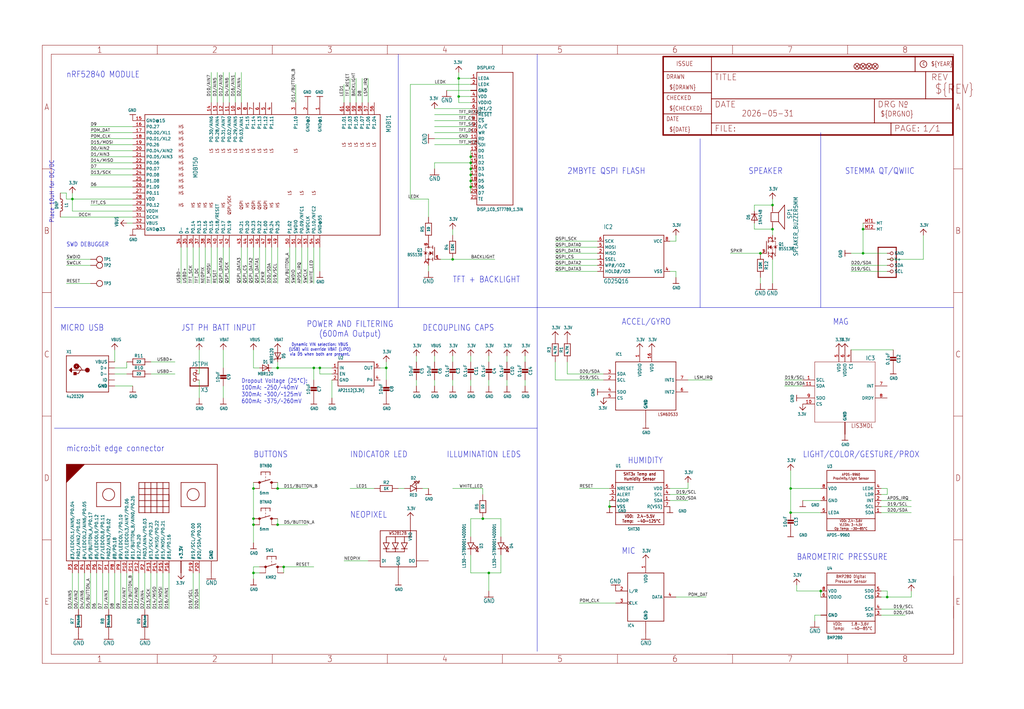
<source format=kicad_sch>
(kicad_sch (version 20230121) (generator eeschema)
  (paper "User" 430.962 298.602)
  (junction (at 363.22 106.68))
  (junction (at 190.5 109.22))
  (junction (at 116.84 205.74))
  (junction (at 198.12 71.12))
  (junction (at 198.12 68.58))
  (junction (at 119.38 238.76))
  (junction (at 198.12 76.2))
  (junction (at 30.48 83.82))
  (junction (at 198.12 78.74))
  (junction (at 205.74 241.3))
  (junction (at 198.12 66.04))
  (junction (at 193.04 40.64))
  (junction (at 332.74 205.74))
  (junction (at 345.44 248.92))
  (junction (at 106.68 241.3))
  (junction (at 203.2 218.44))
  (junction (at 116.84 154.94))
  (junction (at 193.04 33.02))
  (junction (at 363.22 96.52))
  (junction (at 106.68 218.44))
  (junction (at 325.12 86.36))
  (junction (at 132.08 154.94))
  (junction (at 106.68 205.74))
  (junction (at 116.84 220.98))
  (junction (at 198.12 73.66))
  (junction (at 134.62 154.94))
  (junction (at 256.54 213.36))
  (junction (at 162.56 154.94))
  (junction (at 320.04 106.68))
  (junction (at 332.74 215.9))
  (junction (at 373.38 251.46))
  (junction (at 106.68 220.98))
  (junction (at 325.12 96.52))
  (wire (pts (xy 203.2 205.74) (xy 190.5 205.74)) (stroke (width 0.1524)))
  (wire (pts (xy 190.5 160.02) (xy 190.5 162.56)) (stroke (width 0.1524)))
  (wire (pts (xy 256.54 210.82) (xy 256.54 213.36)) (stroke (width 0.1524)))
  (wire (pts (xy 238.76 157.48) (xy 238.76 152.4)) (stroke (width 0.1524)))
  (wire (pts (xy 358.14 114.3) (xy 373.38 114.3)) (stroke (width 0.1524)))
  (wire (pts (xy 256.54 205.74) (xy 243.84 205.74)) (stroke (width 0.1524)))
  (wire (pts (xy 172.72 83.82) (xy 180.34 83.82)) (stroke (width 0.1524)))
  (wire (pts (xy 132.08 104.14) (xy 132.08 119.38)) (stroke (width 0.1524)))
  (wire (pts (xy 254 157.48) (xy 238.76 157.48)) (stroke (width 0.1524)))
  (wire (pts (xy 48.26 157.48) (xy 53.34 157.48)) (stroke (width 0.1524)))
  (wire (pts (xy 106.68 238.76) (xy 106.68 241.3)) (stroke (width 0.1524)))
  (wire (pts (xy 132.08 154.94) (xy 132.08 160.02)) (stroke (width 0.1524)))
  (wire (pts (xy 91.44 43.18) (xy 91.44 30.48)) (stroke (width 0.1524)))
  (wire (pts (xy 281.94 205.74) (xy 289.56 205.74)) (stroke (width 0.1524)))
  (wire (pts (xy 175.26 152.4) (xy 175.26 149.86)) (stroke (width 0.1524)))
  (wire (pts (xy 50.8 241.3) (xy 50.8 256.54)) (stroke (width 0.1524)))
  (wire (pts (xy 93.98 162.56) (xy 93.98 167.64)) (stroke (width 0.1524)))
  (wire (pts (xy 233.68 152.4) (xy 233.68 160.02)) (stroke (width 0.1524)))
  (wire (pts (xy 66.04 256.54) (xy 66.04 241.3)) (stroke (width 0.1524)))
  (wire (pts (xy 182.88 60.96) (xy 198.12 60.96)) (stroke (width 0.1524)))
  (wire (pts (xy 198.12 241.3) (xy 205.74 241.3)) (stroke (width 0.1524)))
  (wire (pts (xy 116.84 220.98) (xy 129.54 220.98)) (stroke (width 0.1524)))
  (wire (pts (xy 106.68 220.98) (xy 106.68 228.6)) (stroke (width 0.1524)))
  (wire (pts (xy 198.12 78.74) (xy 198.12 81.28)) (stroke (width 0.1524)))
  (wire (pts (xy 175.26 160.02) (xy 175.26 162.56)) (stroke (width 0.1524)))
  (wire (pts (xy 213.36 149.86) (xy 213.36 152.4)) (stroke (width 0.1524)))
  (wire (pts (xy 88.9 43.18) (xy 88.9 30.48)) (stroke (width 0.1524)))
  (wire (pts (xy 55.88 88.9) (xy 30.48 88.9)) (stroke (width 0.1524)))
  (wire (pts (xy 330.2 162.56) (xy 337.82 162.56)) (stroke (width 0.1524)))
  (wire (pts (xy 162.56 160.02) (xy 162.56 154.94)) (stroke (width 0.1524)))
  (wire (pts (xy 116.84 104.14) (xy 116.84 119.38)) (stroke (width 0.1524)))
  (polyline (pts (xy 345.44 55.88) (xy 345.44 129.54)) (stroke (width 0.1524) (type solid)))
  (wire (pts (xy 182.88 152.4) (xy 182.88 149.86)) (stroke (width 0.1524)))
  (wire (pts (xy 134.62 154.94) (xy 134.62 157.48)) (stroke (width 0.1524)))
  (wire (pts (xy 370.84 251.46) (xy 373.38 251.46)) (stroke (width 0.1524)))
  (wire (pts (xy 281.94 101.6) (xy 284.48 101.6)) (stroke (width 0.1524)))
  (wire (pts (xy 345.44 205.74) (xy 332.74 205.74)) (stroke (width 0.1524)))
  (wire (pts (xy 284.48 101.6) (xy 284.48 99.06)) (stroke (width 0.1524)))
  (wire (pts (xy 58.42 241.3) (xy 58.42 256.54)) (stroke (width 0.1524)))
  (wire (pts (xy 370.84 256.54) (xy 381 256.54)) (stroke (width 0.1524)))
  (wire (pts (xy 198.12 233.68) (xy 198.12 241.3)) (stroke (width 0.1524)))
  (wire (pts (xy 55.88 58.42) (xy 38.1 58.42)) (stroke (width 0.1524)))
  (wire (pts (xy 106.68 203.2) (xy 106.68 205.74)) (stroke (width 0.1524)))
  (wire (pts (xy 93.98 154.94) (xy 93.98 147.32)) (stroke (width 0.1524)))
  (wire (pts (xy 198.12 76.2) (xy 198.12 78.74)) (stroke (width 0.1524)))
  (wire (pts (xy 370.84 210.82) (xy 383.54 210.82)) (stroke (width 0.1524)))
  (polyline (pts (xy 226.06 180.34) (xy 226.06 274.32)) (stroke (width 0.1524) (type solid)))
  (wire (pts (xy 172.72 35.56) (xy 172.72 83.82)) (stroke (width 0.1524)))
  (wire (pts (xy 205.74 241.3) (xy 205.74 248.92)) (stroke (width 0.1524)))
  (wire (pts (xy 342.9 259.08) (xy 342.9 261.62)) (stroke (width 0.1524)))
  (wire (pts (xy 370.84 205.74) (xy 373.38 205.74)) (stroke (width 0.1524)))
  (wire (pts (xy 233.68 109.22) (xy 251.46 109.22)) (stroke (width 0.1524)))
  (wire (pts (xy 55.88 83.82) (xy 30.48 83.82)) (stroke (width 0.1524)))
  (wire (pts (xy 116.84 203.2) (xy 116.84 205.74)) (stroke (width 0.1524)))
  (wire (pts (xy 147.32 43.18) (xy 147.32 33.02)) (stroke (width 0.1524)))
  (wire (pts (xy 373.38 205.74) (xy 373.38 208.28)) (stroke (width 0.1524)))
  (wire (pts (xy 332.74 215.9) (xy 332.74 205.74)) (stroke (width 0.1524)))
  (wire (pts (xy 30.48 83.82) (xy 30.48 81.28)) (stroke (width 0.1524)))
  (wire (pts (xy 198.12 68.58) (xy 198.12 71.12)) (stroke (width 0.1524)))
  (wire (pts (xy 373.38 208.28) (xy 370.84 208.28)) (stroke (width 0.1524)))
  (wire (pts (xy 198.12 218.44) (xy 198.12 226.06)) (stroke (width 0.1524)))
  (wire (pts (xy 78.74 104.14) (xy 78.74 119.38)) (stroke (width 0.1524)))
  (wire (pts (xy 33.02 241.3) (xy 33.02 256.54)) (stroke (width 0.1524)))
  (wire (pts (xy 320.04 119.38) (xy 320.04 116.84)) (stroke (width 0.1524)))
  (wire (pts (xy 45.72 241.3) (xy 45.72 256.54)) (stroke (width 0.1524)))
  (wire (pts (xy 198.12 38.1) (xy 187.96 38.1)) (stroke (width 0.1524)))
  (wire (pts (xy 55.88 63.5) (xy 38.1 63.5)) (stroke (width 0.1524)))
  (wire (pts (xy 27.94 81.28) (xy 27.94 83.82)) (stroke (width 0.1524)))
  (wire (pts (xy 251.46 104.14) (xy 233.68 104.14)) (stroke (width 0.1524)))
  (polyline (pts (xy 167.64 129.54) (xy 226.06 129.54)) (stroke (width 0.1524) (type solid)))
  (wire (pts (xy 185.42 109.22) (xy 190.5 109.22)) (stroke (width 0.1524)))
  (wire (pts (xy 93.98 43.18) (xy 93.98 30.48)) (stroke (width 0.1524)))
  (wire (pts (xy 198.12 48.26) (xy 182.88 48.26)) (stroke (width 0.1524)))
  (wire (pts (xy 233.68 160.02) (xy 254 160.02)) (stroke (width 0.1524)))
  (wire (pts (xy 205.74 241.3) (xy 210.82 241.3)) (stroke (width 0.1524)))
  (wire (pts (xy 198.12 73.66) (xy 198.12 76.2)) (stroke (width 0.1524)))
  (wire (pts (xy 259.08 254) (xy 243.84 254)) (stroke (width 0.1524)))
  (wire (pts (xy 93.98 119.38) (xy 93.98 104.14)) (stroke (width 0.1524)))
  (wire (pts (xy 332.74 205.74) (xy 332.74 198.12)) (stroke (width 0.1524)))
  (wire (pts (xy 182.88 160.02) (xy 182.88 162.56)) (stroke (width 0.1524)))
  (wire (pts (xy 220.98 149.86) (xy 220.98 152.4)) (stroke (width 0.1524)))
  (wire (pts (xy 383.54 213.36) (xy 370.84 213.36)) (stroke (width 0.1524)))
  (wire (pts (xy 281.94 208.28) (xy 289.56 208.28)) (stroke (width 0.1524)))
  (wire (pts (xy 106.68 218.44) (xy 106.68 220.98)) (stroke (width 0.1524)))
  (wire (pts (xy 48.26 241.3) (xy 48.26 256.54)) (stroke (width 0.1524)))
  (wire (pts (xy 116.84 218.44) (xy 116.84 220.98)) (stroke (width 0.1524)))
  (wire (pts (xy 35.56 241.3) (xy 35.56 256.54)) (stroke (width 0.1524)))
  (wire (pts (xy 27.94 83.82) (xy 30.48 83.82)) (stroke (width 0.1524)))
  (wire (pts (xy 134.62 114.3) (xy 134.62 104.14)) (stroke (width 0.1524)))
  (wire (pts (xy 81.28 104.14) (xy 81.28 119.38)) (stroke (width 0.1524)))
  (wire (pts (xy 193.04 43.18) (xy 193.04 40.64)) (stroke (width 0.1524)))
  (wire (pts (xy 83.82 167.64) (xy 83.82 160.02)) (stroke (width 0.1524)))
  (wire (pts (xy 101.6 119.38) (xy 101.6 104.14)) (stroke (width 0.1524)))
  (wire (pts (xy 198.12 58.42) (xy 182.88 58.42)) (stroke (width 0.1524)))
  (wire (pts (xy 213.36 162.56) (xy 213.36 160.02)) (stroke (width 0.1524)))
  (wire (pts (xy 43.18 241.3) (xy 43.18 256.54)) (stroke (width 0.1524)))
  (wire (pts (xy 325.12 86.36) (xy 317.5 86.36)) (stroke (width 0.1524)))
  (wire (pts (xy 38.1 119.38) (xy 27.94 119.38)) (stroke (width 0.1524)))
  (wire (pts (xy 96.52 43.18) (xy 96.52 30.48)) (stroke (width 0.1524)))
  (wire (pts (xy 63.5 241.3) (xy 63.5 256.54)) (stroke (width 0.1524)))
  (wire (pts (xy 203.2 218.44) (xy 198.12 218.44)) (stroke (width 0.1524)))
  (wire (pts (xy 198.12 68.58) (xy 182.88 68.58)) (stroke (width 0.1524)))
  (wire (pts (xy 233.68 114.3) (xy 251.46 114.3)) (stroke (width 0.1524)))
  (wire (pts (xy 55.88 91.44) (xy 25.4 91.44)) (stroke (width 0.1524)))
  (wire (pts (xy 233.68 106.68) (xy 251.46 106.68)) (stroke (width 0.1524)))
  (wire (pts (xy 38.1 241.3) (xy 38.1 256.54)) (stroke (width 0.1524)))
  (wire (pts (xy 190.5 109.22) (xy 208.28 109.22)) (stroke (width 0.1524)))
  (wire (pts (xy 373.38 251.46) (xy 383.54 251.46)) (stroke (width 0.1524)))
  (wire (pts (xy 96.52 119.38) (xy 96.52 104.14)) (stroke (width 0.1524)))
  (wire (pts (xy 53.34 241.3) (xy 53.34 256.54)) (stroke (width 0.1524)))
  (wire (pts (xy 160.02 154.94) (xy 162.56 154.94)) (stroke (width 0.1524)))
  (wire (pts (xy 119.38 238.76) (xy 119.38 241.3)) (stroke (width 0.1524)))
  (wire (pts (xy 55.88 68.58) (xy 38.1 68.58)) (stroke (width 0.1524)))
  (wire (pts (xy 198.12 53.34) (xy 182.88 53.34)) (stroke (width 0.1524)))
  (wire (pts (xy 114.3 154.94) (xy 116.84 154.94)) (stroke (width 0.1524)))
  (wire (pts (xy 383.54 215.9) (xy 370.84 215.9)) (stroke (width 0.1524)))
  (wire (pts (xy 170.18 205.74) (xy 167.64 205.74)) (stroke (width 0.1524)))
  (wire (pts (xy 198.12 63.5) (xy 198.12 66.04)) (stroke (width 0.1524)))
  (polyline (pts (xy 22.86 129.54) (xy 167.64 129.54)) (stroke (width 0.1524) (type solid)))
  (wire (pts (xy 106.68 241.3) (xy 106.68 243.84)) (stroke (width 0.1524)))
  (wire (pts (xy 139.7 160.02) (xy 139.7 167.64)) (stroke (width 0.1524)))
  (wire (pts (xy 60.96 241.3) (xy 60.96 256.54)) (stroke (width 0.1524)))
  (wire (pts (xy 210.82 226.06) (xy 210.82 218.44)) (stroke (width 0.1524)))
  (wire (pts (xy 83.82 104.14) (xy 83.82 119.38)) (stroke (width 0.1524)))
  (wire (pts (xy 284.48 251.46) (xy 297.18 251.46)) (stroke (width 0.1524)))
  (wire (pts (xy 129.54 104.14) (xy 129.54 119.38)) (stroke (width 0.1524)))
  (wire (pts (xy 114.3 104.14) (xy 114.3 119.38)) (stroke (width 0.1524)))
  (wire (pts (xy 55.88 86.36) (xy 38.1 86.36)) (stroke (width 0.1524)))
  (wire (pts (xy 116.84 205.74) (xy 129.54 205.74)) (stroke (width 0.1524)))
  (wire (pts (xy 81.28 241.3) (xy 81.28 256.54)) (stroke (width 0.1524)))
  (wire (pts (xy 48.26 162.56) (xy 55.88 162.56)) (stroke (width 0.1524)))
  (wire (pts (xy 55.88 71.12) (xy 38.1 71.12)) (stroke (width 0.1524)))
  (wire (pts (xy 30.48 241.3) (xy 30.48 256.54)) (stroke (width 0.1524)))
  (wire (pts (xy 363.22 106.68) (xy 358.14 106.68)) (stroke (width 0.1524)))
  (wire (pts (xy 373.38 111.76) (xy 358.14 111.76)) (stroke (width 0.1524)))
  (wire (pts (xy 116.84 152.4) (xy 116.84 154.94)) (stroke (width 0.1524)))
  (wire (pts (xy 109.22 154.94) (xy 106.68 154.94)) (stroke (width 0.1524)))
  (wire (pts (xy 55.88 241.3) (xy 55.88 256.54)) (stroke (width 0.1524)))
  (wire (pts (xy 251.46 101.6) (xy 233.68 101.6)) (stroke (width 0.1524)))
  (wire (pts (xy 73.66 152.4) (xy 63.5 152.4)) (stroke (width 0.1524)))
  (wire (pts (xy 40.64 241.3) (xy 40.64 256.54)) (stroke (width 0.1524)))
  (wire (pts (xy 190.5 152.4) (xy 190.5 149.86)) (stroke (width 0.1524)))
  (wire (pts (xy 370.84 248.92) (xy 373.38 248.92)) (stroke (width 0.1524)))
  (wire (pts (xy 106.68 154.94) (xy 106.68 147.32)) (stroke (width 0.1524)))
  (wire (pts (xy 154.94 43.18) (xy 154.94 33.02)) (stroke (width 0.1524)))
  (wire (pts (xy 38.1 109.22) (xy 27.94 109.22)) (stroke (width 0.1524)))
  (wire (pts (xy 198.12 35.56) (xy 172.72 35.56)) (stroke (width 0.1524)))
  (wire (pts (xy 182.88 68.58) (xy 182.88 71.12)) (stroke (width 0.1524)))
  (wire (pts (xy 320.04 106.68) (xy 307.34 106.68)) (stroke (width 0.1524)))
  (wire (pts (xy 55.88 93.98) (xy 53.34 93.98)) (stroke (width 0.1524)))
  (wire (pts (xy 203.2 208.28) (xy 203.2 205.74)) (stroke (width 0.1524)))
  (wire (pts (xy 363.22 96.52) (xy 363.22 106.68)) (stroke (width 0.1524)))
  (wire (pts (xy 198.12 43.18) (xy 193.04 43.18)) (stroke (width 0.1524)))
  (wire (pts (xy 109.22 241.3) (xy 106.68 241.3)) (stroke (width 0.1524)))
  (wire (pts (xy 205.74 160.02) (xy 205.74 162.56)) (stroke (width 0.1524)))
  (wire (pts (xy 162.56 154.94) (xy 162.56 152.4)) (stroke (width 0.1524)))
  (wire (pts (xy 325.12 83.82) (xy 325.12 86.36)) (stroke (width 0.1524)))
  (polyline (pts (xy 226.06 129.54) (xy 226.06 22.86)) (stroke (width 0.1524) (type solid)))
  (wire (pts (xy 198.12 149.86) (xy 198.12 152.4)) (stroke (width 0.1524)))
  (wire (pts (xy 116.84 154.94) (xy 132.08 154.94)) (stroke (width 0.1524)))
  (wire (pts (xy 55.88 78.74) (xy 38.1 78.74)) (stroke (width 0.1524)))
  (polyline (pts (xy 226.06 180.34) (xy 22.86 180.34)) (stroke (width 0.1524) (type solid)))
  (wire (pts (xy 38.1 55.88) (xy 55.88 55.88)) (stroke (width 0.1524)))
  (wire (pts (xy 53.34 154.94) (xy 53.34 152.4)) (stroke (width 0.1524)))
  (wire (pts (xy 83.82 241.3) (xy 83.82 256.54)) (stroke (width 0.1524)))
  (wire (pts (xy 144.78 43.18) (xy 144.78 35.56)) (stroke (width 0.1524)))
  (wire (pts (xy 73.66 157.48) (xy 63.5 157.48)) (stroke (width 0.1524)))
  (wire (pts (xy 180.34 205.74) (xy 177.8 205.74)) (stroke (width 0.1524)))
  (wire (pts (xy 345.44 259.08) (xy 342.9 259.08)) (stroke (width 0.1524)))
  (wire (pts (xy 106.68 104.14) (xy 106.68 119.38)) (stroke (width 0.1524)))
  (wire (pts (xy 281.94 114.3) (xy 284.48 114.3)) (stroke (width 0.1524)))
  (wire (pts (xy 124.46 104.14) (xy 124.46 119.38)) (stroke (width 0.1524)))
  (wire (pts (xy 30.48 88.9) (xy 30.48 83.82)) (stroke (width 0.1524)))
  (wire (pts (xy 358.14 147.32) (xy 375.92 147.32)) (stroke (width 0.1524)))
  (wire (pts (xy 370.84 259.08) (xy 381 259.08)) (stroke (width 0.1524)))
  (polyline (pts (xy 226.06 129.54) (xy 294.64 129.54)) (stroke (width 0.1524) (type solid)))
  (wire (pts (xy 71.12 241.3) (xy 71.12 256.54)) (stroke (width 0.1524)))
  (wire (pts (xy 345.44 251.46) (xy 345.44 248.92)) (stroke (width 0.1524)))
  (polyline (pts (xy 345.44 129.54) (xy 401.32 129.54)) (stroke (width 0.1524) (type solid)))
  (wire (pts (xy 83.82 147.32) (xy 83.82 157.48)) (stroke (width 0.1524)))
  (polyline (pts (xy 294.64 58.42) (xy 294.64 129.54)) (stroke (width 0.1524) (type solid)))
  (wire (pts (xy 152.4 43.18) (xy 152.4 33.02)) (stroke (width 0.1524)))
  (wire (pts (xy 180.34 91.44) (xy 180.34 83.82)) (stroke (width 0.1524)))
  (polyline (pts (xy 294.64 129.54) (xy 345.44 129.54)) (stroke (width 0.1524) (type solid)))
  (wire (pts (xy 48.26 147.32) (xy 48.26 152.4)) (stroke (width 0.1524)))
  (polyline (pts (xy 226.06 129.54) (xy 226.06 180.34)) (stroke (width 0.1524) (type solid)))
  (wire (pts (xy 198.12 45.72) (xy 182.88 45.72)) (stroke (width 0.1524)))
  (wire (pts (xy 388.62 109.22) (xy 388.62 99.06)) (stroke (width 0.1524)))
  (wire (pts (xy 289.56 205.74) (xy 289.56 203.2)) (stroke (width 0.1524)))
  (wire (pts (xy 182.88 55.88) (xy 198.12 55.88)) (stroke (width 0.1524)))
  (wire (pts (xy 325.12 99.06) (xy 325.12 96.52)) (stroke (width 0.1524)))
  (wire (pts (xy 281.94 210.82) (xy 289.56 210.82)) (stroke (width 0.1524)))
  (wire (pts (xy 68.58 241.3) (xy 68.58 256.54)) (stroke (width 0.1524)))
  (wire (pts (xy 317.5 86.36) (xy 317.5 88.9)) (stroke (width 0.1524)))
  (wire (pts (xy 345.44 248.92) (xy 335.28 248.92)) (stroke (width 0.1524)))
  (wire (pts (xy 337.82 160.02) (xy 330.2 160.02)) (stroke (width 0.1524)))
  (wire (pts (xy 233.68 111.76) (xy 251.46 111.76)) (stroke (width 0.1524)))
  (wire (pts (xy 25.4 81.28) (xy 27.94 81.28)) (stroke (width 0.1524)))
  (wire (pts (xy 127 104.14) (xy 127 119.38)) (stroke (width 0.1524)))
  (wire (pts (xy 154.94 236.22) (xy 144.78 236.22)) (stroke (width 0.1524)))
  (wire (pts (xy 205.74 152.4) (xy 205.74 149.86)) (stroke (width 0.1524)))
  (wire (pts (xy 335.28 248.92) (xy 335.28 246.38)) (stroke (width 0.1524)))
  (wire (pts (xy 91.44 104.14) (xy 91.44 119.38)) (stroke (width 0.1524)))
  (wire (pts (xy 198.12 33.02) (xy 193.04 33.02)) (stroke (width 0.1524)))
  (wire (pts (xy 193.04 33.02) (xy 193.04 30.48)) (stroke (width 0.1524)))
  (wire (pts (xy 48.26 154.94) (xy 53.34 154.94)) (stroke (width 0.1524)))
  (wire (pts (xy 317.5 93.98) (xy 317.5 96.52)) (stroke (width 0.1524)))
  (wire (pts (xy 104.14 119.38) (xy 104.14 104.14)) (stroke (width 0.1524)))
  (wire (pts (xy 317.5 96.52) (xy 325.12 96.52)) (stroke (width 0.1524)))
  (wire (pts (xy 210.82 218.44) (xy 203.2 218.44)) (stroke (width 0.1524)))
  (wire (pts (xy 76.2 119.38) (xy 76.2 104.14)) (stroke (width 0.1524)))
  (wire (pts (xy 109.22 238.76) (xy 106.68 238.76)) (stroke (width 0.1524)))
  (wire (pts (xy 220.98 160.02) (xy 220.98 162.56)) (stroke (width 0.1524)))
  (wire (pts (xy 325.12 109.22) (xy 325.12 119.38)) (stroke (width 0.1524)))
  (wire (pts (xy 190.5 96.52) (xy 190.5 99.06)) (stroke (width 0.1524)))
  (wire (pts (xy 373.38 109.22) (xy 388.62 109.22)) (stroke (width 0.1524)))
  (wire (pts (xy 182.88 50.8) (xy 198.12 50.8)) (stroke (width 0.1524)))
  (wire (pts (xy 139.7 157.48) (xy 134.62 157.48)) (stroke (width 0.1524)))
  (wire (pts (xy 198.12 66.04) (xy 198.12 68.58)) (stroke (width 0.1524)))
  (wire (pts (xy 345.44 215.9) (xy 332.74 215.9)) (stroke (width 0.1524)))
  (wire (pts (xy 86.36 104.14) (xy 86.36 119.38)) (stroke (width 0.1524)))
  (wire (pts (xy 109.22 104.14) (xy 109.22 119.38)) (stroke (width 0.1524)))
  (wire (pts (xy 132.08 154.94) (xy 134.62 154.94)) (stroke (width 0.1524)))
  (wire (pts (xy 210.82 241.3) (xy 210.82 233.68)) (stroke (width 0.1524)))
  (wire (pts (xy 121.92 104.14) (xy 121.92 119.38)) (stroke (width 0.1524)))
  (wire (pts (xy 373.38 106.68) (xy 363.22 106.68)) (stroke (width 0.1524)))
  (wire (pts (xy 198.12 71.12) (xy 198.12 73.66)) (stroke (width 0.1524)))
  (wire (pts (xy 106.68 205.74) (xy 106.68 218.44)) (stroke (width 0.1524)))
  (wire (pts (xy 193.04 40.64) (xy 193.04 33.02)) (stroke (width 0.1524)))
  (wire (pts (xy 345.44 210.82) (xy 337.82 210.82)) (stroke (width 0.1524)))
  (wire (pts (xy 99.06 43.18) (xy 99.06 30.48)) (stroke (width 0.1524)))
  (wire (pts (xy 198.12 162.56) (xy 198.12 160.02)) (stroke (width 0.1524)))
  (wire (pts (xy 88.9 104.14) (xy 88.9 119.38)) (stroke (width 0.1524)))
  (wire (pts (xy 119.38 238.76) (xy 132.08 238.76)) (stroke (width 0.1524)))
  (wire (pts (xy 101.6 43.18) (xy 101.6 30.48)) (stroke (width 0.1524)))
  (wire (pts (xy 289.56 160.02) (xy 299.72 160.02)) (stroke (width 0.1524)))
  (wire (pts (xy 38.1 66.04) (xy 55.88 66.04)) (stroke (width 0.1524)))
  (wire (pts (xy 149.86 43.18) (xy 149.86 33.02)) (stroke (width 0.1524)))
  (wire (pts (xy 111.76 104.14) (xy 111.76 119.38)) (stroke (width 0.1524)))
  (wire (pts (xy 134.62 154.94) (xy 139.7 154.94)) (stroke (width 0.1524)))
  (wire (pts (xy 373.38 248.92) (xy 373.38 251.46)) (stroke (width 0.1524)))
  (polyline (pts (xy 167.64 129.54) (xy 167.64 22.86)) (stroke (width 0.1524) (type solid)))
  (wire (pts (xy 180.34 114.3) (xy 180.34 111.76)) (stroke (width 0.1524)))
  (wire (pts (xy 284.48 114.3) (xy 284.48 116.84)) (stroke (width 0.1524)))
  (wire (pts (xy 55.88 60.96) (xy 38.1 60.96)) (stroke (width 0.1524)))
  (wire (pts (xy 124.46 43.18) (xy 124.46 35.56)) (stroke (width 0.1524)))
  (wire (pts (xy 157.48 205.74) (xy 147.32 205.74)) (stroke (width 0.1524)))
  (wire (pts (xy 27.94 111.76) (xy 38.1 111.76)) (stroke (width 0.1524)))
  (wire (pts (xy 55.88 53.34) (xy 38.1 53.34)) (stroke (width 0.1524)))
  (wire (pts (xy 55.88 73.66) (xy 38.1 73.66)) (stroke (width 0.1524)))
  (wire (pts (xy 198.12 40.64) (xy 193.04 40.64)) (stroke (width 0.1524)))
  (wire (pts (xy 363.22 93.98) (xy 363.22 96.52)) (stroke (width 0.1524)))
  (wire (pts (xy 383.54 251.46) (xy 383.54 248.92)) (stroke (width 0.1524)))
  (text "MAG" (at 350.52 137.16 0) (effects (font (size 2.54 2.159)) (justify left bottom)))
  (text "micro:bit edge connector" (at 27.94 190.5 0) (effects (font (size 2.54 2.159)) (justify left bottom)))
  (text "Place 10uH for DC/DC" (at 22.86 93.98 90) (effects (font (size 1.778 1.5113)) (justify left bottom)))
  (text "JST PH BATT INPUT" (at 76.2 139.7 0) (effects (font (size 2.54 2.159)) (justify left bottom)))
  (text "HUMIDITY" (at 264.16 195.58 0) (effects (font (size 2.54 2.159)) (justify left bottom)))
  (text "Dropout Voltage (25°C):\n100mA: ~250/~40mV\n300mA: ~300/~125mV\n600mA: ~375/~260mV" (at 101.6 170.18 0) (effects (font (size 1.778 1.5113)) (justify left bottom)))
  (text "DECOUPLING CAPS" (at 177.8 139.7 0) (effects (font (size 2.54 2.159)) (justify left bottom)))
  (text "SWD DEBUGGER" (at 27.94 104.14 0) (effects (font (size 1.778 1.5113)) (justify left bottom)))
  (text "Dynamic VIN selection: VBUS\n(USB) will override VBAT (LIPO)\nvia D5 when both are present." (at 134.62 147.32 0) (effects (font (size 1.27 1.0795))))
  (text "MIC" (at 261.62 233.68 0) (effects (font (size 2.54 2.159)) (justify left bottom)))
  (text "INDICATOR LED" (at 147.32 193.04 0) (effects (font (size 2.54 2.159)) (justify left bottom)))
  (text "ACCEL/GYRO" (at 261.62 137.16 0) (effects (font (size 2.54 2.159)) (justify left bottom)))
  (text "ILLUMINATION LEDS" (at 187.96 193.04 0) (effects (font (size 2.54 2.159)) (justify left bottom)))
  (text "TFT + BACKLIGHT" (at 190.5 119.38 0) (effects (font (size 2.54 2.159)) (justify left bottom)))
  (text "POWER AND FILTERING\n(600mA Output)" (at 147.32 142.24 0) (effects (font (size 2.54 2.159)) (justify bottom)))
  (text "SPEAKER" (at 314.96 73.66 0) (effects (font (size 2.54 2.159)) (justify left bottom)))
  (text "LIGHT/COLOR/GESTURE/PROX" (at 337.82 193.04 0) (effects (font (size 2.54 2.159)) (justify left bottom)))
  (text "BAROMETRIC PRESSURE" (at 335.28 236.22 0) (effects (font (size 2.54 2.159)) (justify left bottom)))
  (text "MICRO USB" (at 25.4 139.7 0) (effects (font (size 2.54 2.159)) (justify left bottom)))
  (text "nRF52840 MODULE" (at 27.94 33.02 0) (effects (font (size 2.54 2.159)) (justify left bottom)))
  (text "NEOPIXEL" (at 147.32 218.44 0) (effects (font (size 2.54 2.159)) (justify left bottom)))
  (text "STEMMA QT/QWIIC" (at 355.6 73.66 0) (effects (font (size 2.54 2.159)) (justify left bottom)))
  (text "2MBYTE QSPI FLASH" (at 238.76 73.66 0) (effects (font (size 2.54 2.159)) (justify left bottom)))
  (text "BUTTONS" (at 106.68 193.04 0) (effects (font (size 2.54 2.159)) (justify left bottom)))
  (label "USBD-" (at 66.04 157.48 0) (effects (font (size 1.2446 1.2446))))
  (label "NEOPIX" (at 144.78 236.22 0) (effects (font (size 1.2446 1.2446))))
  (label "QSPI_DATA3" (at 101.6 119.38 90) (effects (font (size 1.2446 1.2446))))
  (label "LSM_IRQ" (at 154.94 40.64 90) (effects (font (size 1.2446 1.2446))))
  (label "D5/BUTTON_A" (at 119.38 220.98 0) (effects (font (size 1.2446 1.2446))))
  (label "SWCLK" (at 27.94 111.76 0) (effects (font (size 1.2446 1.2446))))
  (label "GND" (at 193.04 58.42 0) (effects (font (size 1.2446 1.2446))))
  (label "D0/AIN2" (at 33.02 256.54 90) (effects (font (size 1.2446 1.2446))))
  (label "D8" (at 152.4 40.64 90) (effects (font (size 1.2446 1.2446))))
  (label "PDM_CLK" (at 243.84 254 0) (effects (font (size 1.2446 1.2446))))
  (label "D10/AIN7" (at 88.9 40.64 90) (effects (font (size 1.2446 1.2446))))
  (label "D13/SCK" (at 63.5 256.54 90) (effects (font (size 1.2446 1.2446))))
  (label "LED1" (at 144.78 40.64 90) (effects (font (size 1.2446 1.2446))))
  (label "D15/MOSI" (at 38.1 60.96 0) (effects (font (size 1.2446 1.2446))))
  (label "D19/SCL" (at 116.84 119.38 90) (effects (font (size 1.2446 1.2446))))
  (label "QSPI_DATA0" (at 233.68 104.14 0) (effects (font (size 1.2446 1.2446))))
  (label "WHITE_LED" (at 203.2 205.74 180) (effects (font (size 1.2446 1.2446))))
  (label "TFT_DC" (at 83.82 119.38 90) (effects (font (size 1.2446 1.2446))))
  (label "D20/SDA" (at 358.14 111.76 0) (effects (font (size 1.2446 1.2446))))
  (label "TFT_SCK" (at 193.04 53.34 0) (effects (font (size 1.2446 1.2446))))
  (label "D19/SCL" (at 243.84 160.02 0) (effects (font (size 1.2446 1.2446))))
  (label "LEDK" (at 182.88 35.56 0) (effects (font (size 1.2446 1.2446))))
  (label "TFT_SCK" (at 81.28 119.38 90) (effects (font (size 1.2446 1.2446))))
  (label "D20/SDA" (at 83.82 256.54 90) (effects (font (size 1.2446 1.2446))))
  (label "D1/AIN3" (at 45.72 256.54 90) (effects (font (size 1.2446 1.2446))))
  (label "D7" (at 43.18 256.54 90) (effects (font (size 1.2446 1.2446))))
  (label "D9" (at 38.1 53.34 0) (effects (font (size 1.2446 1.2446))))
  (label "BACKLIGHT" (at 149.86 40.64 90) (effects (font (size 1.2446 1.2446))))
  (label "D19/SCL" (at 330.2 160.02 0) (effects (font (size 1.2446 1.2446))))
  (label "D2/AIN4" (at 101.6 40.64 90) (effects (font (size 1.2446 1.2446))))
  (label "RESET" (at 124.46 238.76 0) (effects (font (size 1.2446 1.2446))))
  (label "USBD+" (at 78.74 119.38 90) (effects (font (size 1.2446 1.2446))))
  (label "QSPI_CS" (at 104.14 119.38 90) (effects (font (size 1.2446 1.2446))))
  (label "BACKLIGHT" (at 208.28 109.22 180) (effects (font (size 1.2446 1.2446))))
  (label "D15/MOSI" (at 68.58 256.54 90) (effects (font (size 1.2446 1.2446))))
  (label "D5/BUTTON_A" (at 121.92 119.38 90) (effects (font (size 1.2446 1.2446))))
  (label "SPKR" (at 111.76 119.38 90) (effects (font (size 1.2446 1.2446))))
  (label "D20/SDA" (at 330.2 162.56 0) (effects (font (size 1.2446 1.2446))))
  (label "D4/AIN6" (at 35.56 256.54 90) (effects (font (size 1.2446 1.2446))))
  (label "D19/SCL" (at 284.48 208.28 0) (effects (font (size 1.2446 1.2446))))
  (label "SWDIO" (at 124.46 119.38 90) (effects (font (size 1.2446 1.2446))))
  (label "TFT_RESET" (at 193.04 48.26 0) (effects (font (size 1.2446 1.2446))))
  (label "QSPI_DATA3" (at 233.68 114.3 0) (effects (font (size 1.2446 1.2446))))
  (label "QSPI_SCK" (at 96.52 119.38 90) (effects (font (size 1.2446 1.2446))))
  (label "APDS_IRQ" (at 127 119.38 90) (effects (font (size 1.2446 1.2446))))
  (label "D16/AIN1" (at 71.12 256.54 90) (effects (font (size 1.2446 1.2446))))
  (label "D6" (at 38.1 78.74 0) (effects (font (size 1.2446 1.2446))))
  (label "D19/SCL" (at 358.14 114.3 0) (effects (font (size 1.2446 1.2446))))
  (label "PDM_DAT" (at 38.1 55.88 0) (effects (font (size 1.2446 1.2446))))
  (label "TFT_CS" (at 193.04 50.8 0) (effects (font (size 1.2446 1.2446))))
  (label "D11/BUTTON_B" (at 55.88 256.54 90) (effects (font (size 1.2446 1.2446))))
  (label "DCCH" (at 33.02 91.44 0) (effects (font (size 1.2446 1.2446))))
  (label "D3/AIN5" (at 91.44 40.64 90) (effects (font (size 1.2446 1.2446))))
  (label "APDS_IRQ" (at 373.38 210.82 0) (effects (font (size 1.2446 1.2446))))
  (label "TFT_MOSI" (at 193.04 60.96 0) (effects (font (size 1.2446 1.2446))))
  (label "D2/AIN4" (at 60.96 256.54 90) (effects (font (size 1.2446 1.2446))))
  (label "QSPI_DATA1" (at 109.22 119.38 90) (effects (font (size 1.2446 1.2446))))
  (label "RESET" (at 243.84 205.74 0) (effects (font (size 1.2446 1.2446))))
  (label "TFT_CS" (at 38.1 86.36 0) (effects (font (size 1.2446 1.2446))))
  (label "D13/SCK" (at 38.1 73.66 0) (effects (font (size 1.2446 1.2446))))
  (label "QSPI_SCK" (at 233.68 101.6 0) (effects (font (size 1.2446 1.2446))))
  (label "SPKR" (at 307.34 106.68 0) (effects (font (size 1.2446 1.2446))))
  (label "TFT_DC" (at 193.04 55.88 0) (effects (font (size 1.2446 1.2446))))
  (label "TFT_MOSI" (at 88.9 119.38 90) (effects (font (size 1.2446 1.2446))))
  (label "D20/SDA" (at 375.92 259.08 0) (effects (font (size 1.2446 1.2446))))
  (label "USBD-" (at 76.2 119.38 90) (effects (font (size 1.2446 1.2446))))
  (label "LED1" (at 149.86 205.74 0) (effects (font (size 1.2446 1.2446))))
  (label "D19/SCL" (at 375.92 256.54 0) (effects (font (size 1.2446 1.2446))))
  (label "D12/AIN0" (at 93.98 40.64 90) (effects (font (size 1.2446 1.2446))))
  (label "D11/BUTTON_B" (at 124.46 43.18 90) (effects (font (size 1.2446 1.2446))))
  (label "D14/MISO" (at 38.1 68.58 0) (effects (font (size 1.2446 1.2446))))
  (label "D7" (at 38.1 71.12 0) (effects (font (size 1.2446 1.2446))))
  (label "QSPI_CS" (at 233.68 109.22 0) (effects (font (size 1.2446 1.2446))))
  (label "D3/AIN5" (at 30.48 256.54 90) (effects (font (size 1.2446 1.2446))))
  (label "USBD+" (at 66.04 152.4 0) (effects (font (size 1.2446 1.2446))))
  (label "RESET" (at 91.44 119.38 90) (effects (font (size 1.2446 1.2446))))
  (label "RESET" (at 27.94 119.38 0) (effects (font (size 1.2446 1.2446))))
  (label "D4/AIN6" (at 96.52 40.64 90) (effects (font (size 1.2446 1.2446))))
  (label "D12/AIN0" (at 58.42 256.54 90) (effects (font (size 1.2446 1.2446))))
  (label "D10/AIN7" (at 53.34 256.54 90) (effects (font (size 1.2446 1.2446))))
  (label "D5/BUTTON_A" (at 38.1 256.54 90) (effects (font (size 1.2446 1.2446))))
  (label "QSPI_DATA2" (at 233.68 111.76 0) (effects (font (size 1.2446 1.2446))))
  (label "SWDIO" (at 27.94 109.22 0) (effects (font (size 1.2446 1.2446))))
  (label "D14/MISO" (at 66.04 256.54 90) (effects (font (size 1.2446 1.2446))))
  (label "D11/BUTTON_B" (at 119.38 205.74 0) (effects (font (size 1.2446 1.2446))))
  (label "SWCLK" (at 129.54 119.38 90) (effects (font (size 1.2446 1.2446))))
  (label "D1/AIN3" (at 38.1 66.04 0) (effects (font (size 1.2446 1.2446))))
  (label "D19/SCL" (at 81.28 256.54 90) (effects (font (size 1.2446 1.2446))))
  (label "D8" (at 48.26 256.54 90) (effects (font (size 1.2446 1.2446))))
  (label "D19/SCL" (at 373.38 213.36 0) (effects (font (size 1.2446 1.2446))))
  (label "D6" (at 40.64 256.54 90) (effects (font (size 1.2446 1.2446))))
  (label "PDM_DAT" (at 289.56 251.46 0) (effects (font (size 1.2446 1.2446))))
  (label "D16/AIN1" (at 99.06 40.64 90) (effects (font (size 1.2446 1.2446))))
  (label "PDM_CLK" (at 38.1 58.42 0) (effects (font (size 1.2446 1.2446))))
  (label "D20/SDA" (at 373.38 215.9 0) (effects (font (size 1.2446 1.2446))))
  (label "D20/SDA" (at 114.3 119.38 90) (effects (font (size 1.2446 1.2446))))
  (label "D20/SDA" (at 284.48 210.82 0) (effects (font (size 1.2446 1.2446))))
  (label "TFT_RESET" (at 147.32 40.64 90) (effects (font (size 1.2446 1.2446))))
  (label "QSPI_DATA1" (at 233.68 106.68 0) (effects (font (size 1.2446 1.2446))))
  (label "QSPI_DATA0" (at 93.98 119.38 90) (effects (font (size 1.2446 1.2446))))
  (label "QSPI_DATA2" (at 106.68 119.38 90) (effects (font (size 1.2446 1.2446))))
  (label "D0/AIN2" (at 38.1 63.5 0) (effects (font (size 1.2446 1.2446))))
  (label "LEDK" (at 176.53 83.82 180) (effects (font (size 1.2446 1.2446))))
  (label "D9" (at 50.8 256.54 90) (effects (font (size 1.2446 1.2446))))
  (label "WHITE_LED" (at 132.08 119.38 90) (effects (font (size 1.2446 1.2446))))
  (label "D20/SDA" (at 243.84 157.48 0) (effects (font (size 1.2446 1.2446))))
  (label "NEOPIX" (at 86.36 119.38 90) (effects (font (size 1.2446 1.2446))))
  (label "LSM_IRQ" (at 292.1 160.02 0) (effects (font (size 1.2446 1.2446))))
  (symbol (lib_id "working-eagle-import:RESISTOR_0603_NOOUT") (at 180.34 96.52 90) (unit 1)
    (property "Reference" "R5" (at 177.8 96.52 0))
    (property "Value" "10" (at 180.34 96.52 0) (effects (font (size 1.016 1.016) bold)))
    (property "Footprint" "working:0603-NO" (effects hide))
  )
  (symbol (lib_id "working-eagle-import:CAP_CERAMIC0805-NOOUTLINE") (at 132.08 162.56 180) (unit 1)
    (property "Reference" "C7" (at 134.37 163.81 90))
    (property "Value" "10uF" (at 129.78 163.81 90))
    (property "Footprint" "working:0805-NO" (effects hide))
  )
  (symbol (lib_id "working-eagle-import:supply1_GND") (at 180.34 116.84 0) (unit 1)
    (property "Reference" "#GND8" (effects hide))
    (property "Value" "GND" (at 177.8 119.38 0) (effects (font (size 1.778 1.5113)) (justify left bottom)))
  )
  (symbol (lib_id "working-eagle-import:supply1_GND") (at 259.08 246.38 0) (mirror x) (unit 1)
    (property "Reference" "#GND6" (effects hide))
    (property "Value" "GND" (at 256.54 243.84 0) (effects (font (size 1.778 1.5113)) (justify left bottom)))
  )
  (symbol (lib_id "working-eagle-import:3.3V") (at 233.68 139.7 0) (unit 1)
    (property "Reference" "#U$45" (effects hide))
    (property "Value" "3.3V" (at 232.156 138.684 0) (effects (font (size 1.27 1.0795)) (justify left bottom)))
  )
  (symbol (lib_id "working-eagle-import:STEMMA_I2C_QT") (at 373.38 111.76 0) (unit 1)
    (property "Reference" "CONN1" (effects hide))
    (property "Value" "STEMMA_I2C_QT" (effects hide))
    (property "Footprint" "working:JST_SH4" (effects hide))
  )
  (symbol (lib_id "working-eagle-import:VBUS") (at 48.26 144.78 0) (unit 1)
    (property "Reference" "#U$21" (effects hide))
    (property "Value" "VBUS" (at 46.736 143.764 0) (effects (font (size 1.27 1.0795)) (justify left bottom)))
  )
  (symbol (lib_id "working-eagle-import:VBAT") (at 93.98 144.78 0) (unit 1)
    (property "Reference" "#U$3" (effects hide))
    (property "Value" "VBAT" (at 92.456 143.764 0) (effects (font (size 1.27 1.0795)) (justify left bottom)))
  )
  (symbol (lib_id "working-eagle-import:GND") (at 256.54 215.9 0) (unit 1)
    (property "Reference" "#U$58" (effects hide))
    (property "Value" "GND" (at 260.096 215.9 0) (effects (font (size 1.27 1.0795)) (justify left bottom)))
  )
  (symbol (lib_id "working-eagle-import:GND") (at 190.5 165.1 0) (unit 1)
    (property "Reference" "#U$34" (effects hide))
    (property "Value" "GND" (at 188.976 167.64 0) (effects (font (size 1.27 1.0795)) (justify left bottom)))
  )
  (symbol (lib_id "working-eagle-import:CAP_CERAMIC0603_NO") (at 190.5 154.94 180) (unit 1)
    (property "Reference" "C3" (at 192.79 156.19 90))
    (property "Value" "0.1uF" (at 188.2 156.19 90))
    (property "Footprint" "working:0603-NO" (effects hide))
  )
  (symbol (lib_id "working-eagle-import:LSM6DS33") (at 271.78 162.56 0) (unit 1)
    (property "Reference" "IC1" (at 259.08 149.86 0) (effects (font (size 1.27 1.0795)) (justify left bottom)))
    (property "Value" "LSM6DS33" (effects hide))
    (property "Footprint" "working:LGA16_3X3MM" (effects hide))
  )
  (symbol (lib_id "working-eagle-import:GND") (at 337.82 213.36 0) (unit 1)
    (property "Reference" "#U$41" (effects hide))
    (property "Value" "GND" (at 341.376 213.36 0) (effects (font (size 1.27 1.0795)) (justify left bottom)))
  )
  (symbol (lib_id "working-eagle-import:GND") (at 106.68 246.38 0) (unit 1)
    (property "Reference" "#U$2" (effects hide))
    (property "Value" "GND" (at 105.156 248.92 0) (effects (font (size 1.27 1.0795)) (justify left bottom)))
  )
  (symbol (lib_id "working-eagle-import:VBUS") (at 182.88 147.32 0) (unit 1)
    (property "Reference" "#U$29" (effects hide))
    (property "Value" "VBUS" (at 181.356 146.304 0) (effects (font (size 1.27 1.0795)) (justify left bottom)))
  )
  (symbol (lib_id "working-eagle-import:WS2812B3535") (at 167.64 233.68 0) (unit 1)
    (property "Reference" "LED1" (effects hide))
    (property "Value" "WS2812B3535" (effects hide))
    (property "Footprint" "working:LED3535" (effects hide))
  )
  (symbol (lib_id "working-eagle-import:FRAME_A3") (at 279.4 58.42 0) (unit 3)
    (property "Reference" "#FRAME1" (effects hide))
    (property "Value" "FRAME_A3" (effects hide))
  )
  (symbol (lib_id "working-eagle-import:3.3V") (at 269.24 144.78 0) (unit 1)
    (property "Reference" "#U$12" (effects hide))
    (property "Value" "3.3V" (at 267.716 143.764 0) (effects (font (size 1.27 1.0795)) (justify left bottom)))
  )
  (symbol (lib_id "working-eagle-import:GND") (at 375.92 157.48 0) (unit 1)
    (property "Reference" "#U$38" (effects hide))
    (property "Value" "GND" (at 374.396 160.02 0) (effects (font (size 1.27 1.0795)) (justify left bottom)))
  )
  (symbol (lib_id "working-eagle-import:GND") (at 355.6 106.68 270) (unit 1)
    (property "Reference" "#U$66" (effects hide))
    (property "Value" "GND" (at 353.06 105.156 0) (effects (font (size 1.27 1.0795)) (justify left bottom)))
  )
  (symbol (lib_id "working-eagle-import:supply1_GND") (at 60.96 269.24 0) (mirror y) (unit 1)
    (property "Reference" "#GND12" (effects hide))
    (property "Value" "GND" (at 63.5 271.78 0) (effects (font (size 1.778 1.5113)) (justify left bottom)))
  )
  (symbol (lib_id "working-eagle-import:MOSFET-NWIDE") (at 182.88 106.68 0) (mirror y) (unit 1)
    (property "Reference" "Q3" (at 177.8 106.045 0) (effects (font (size 1.27 1.0795)) (justify left bottom)))
    (property "Value" "BSS138" (at 177.8 107.95 0) (effects (font (size 1.27 1.0795)) (justify left bottom)))
    (property "Footprint" "working:SOT23-WIDE" (effects hide))
  )
  (symbol (lib_id "working-eagle-import:RESISTOR_0603_NOOUT") (at 203.2 213.36 90) (unit 1)
    (property "Reference" "R6" (at 200.66 213.36 0))
    (property "Value" "10" (at 203.2 213.36 0) (effects (font (size 1.016 1.016) bold)))
    (property "Footprint" "working:0603-NO" (effects hide))
  )
  (symbol (lib_id "working-eagle-import:CAP_CERAMIC0603_NO") (at 375.92 149.86 180) (unit 1)
    (property "Reference" "C12" (at 378.21 151.11 90))
    (property "Value" "0.1uF" (at 373.62 151.11 90))
    (property "Footprint" "working:0603-NO" (effects hide))
  )
  (symbol (lib_id "working-eagle-import:CAP_CERAMIC0805-NOOUTLINE") (at 175.26 154.94 180) (unit 1)
    (property "Reference" "C5" (at 177.55 156.19 90))
    (property "Value" "10uF" (at 172.96 156.19 90))
    (property "Footprint" "working:0805-NO" (effects hide))
  )
  (symbol (lib_id "working-eagle-import:CAP_CERAMIC0805-NOOUTLINE") (at 182.88 154.94 180) (unit 1)
    (property "Reference" "C6" (at 185.17 156.19 90))
    (property "Value" "10uF" (at 180.58 156.19 90))
    (property "Footprint" "working:0805-NO" (effects hide))
  )
  (symbol (lib_id "working-eagle-import:supply1_GND") (at 187.96 40.64 0) (mirror y) (unit 1)
    (property "Reference" "#GND4" (effects hide))
    (property "Value" "GND" (at 190.5 43.18 0) (effects (font (size 1.778 1.5113)) (justify left bottom)))
  )
  (symbol (lib_id "working-eagle-import:CAP_CERAMIC0805-NOOUTLINE") (at 93.98 157.48 180) (unit 1)
    (property "Reference" "C9" (at 96.27 158.73 90))
    (property "Value" "10uF" (at 91.68 158.73 90))
    (property "Footprint" "working:0805-NO" (effects hide))
  )
  (symbol (lib_id "working-eagle-import:GND") (at 284.48 119.38 0) (unit 1)
    (property "Reference" "#U$56" (effects hide))
    (property "Value" "GND" (at 282.956 121.92 0) (effects (font (size 1.27 1.0795)) (justify left bottom)))
  )
  (symbol (lib_id "working-eagle-import:VBUS") (at 50.8 93.98 90) (unit 1)
    (property "Reference" "#U$23" (effects hide))
    (property "Value" "VBUS" (at 49.784 95.504 0) (effects (font (size 1.27 1.0795)) (justify left bottom)))
  )
  (symbol (lib_id "working-eagle-import:GND") (at 106.68 231.14 0) (unit 1)
    (property "Reference" "#U$65" (effects hide))
    (property "Value" "GND" (at 105.156 233.68 0) (effects (font (size 1.27 1.0795)) (justify left bottom)))
  )
  (symbol (lib_id "working-eagle-import:TESTPOINTROUND1.5MM") (at 38.1 119.38 270) (unit 1)
    (property "Reference" "TP3" (at 43.688 119.38 90) (effects (font (size 1.27 1.0795)) (justify left)))
    (property "Value" "TESTPOINTROUND1.5MM" (effects hide))
    (property "Footprint" "working:TESTPOINT_ROUND_1.5MM" (effects hide))
  )
  (symbol (lib_id "working-eagle-import:DIODE-SCHOTTKYSOD-123") (at 116.84 149.86 270) (unit 1)
    (property "Reference" "D5" (at 119.38 149.86 0) (effects (font (size 1.27 1.0795))))
    (property "Value" "MBR120" (at 114.34 149.86 0) (effects (font (size 1.27 1.0795))))
    (property "Footprint" "working:SOD-123" (effects hide))
  )
  (symbol (lib_id "working-eagle-import:3.3V") (at 198.12 147.32 0) (unit 1)
    (property "Reference" "#U$1" (effects hide))
    (property "Value" "3.3V" (at 196.596 146.304 0) (effects (font (size 1.27 1.0795)) (justify left bottom)))
  )
  (symbol (lib_id "working-eagle-import:3.3V") (at 383.54 246.38 0) (unit 1)
    (property "Reference" "#U$63" (effects hide))
    (property "Value" "3.3V" (at 382.016 245.364 0) (effects (font (size 1.27 1.0795)) (justify left bottom)))
  )
  (symbol (lib_id "working-eagle-import:3.3V") (at 213.36 147.32 0) (unit 1)
    (property "Reference" "#U$69" (effects hide))
    (property "Value" "3.3V" (at 211.836 146.304 0) (effects (font (size 1.27 1.0795)) (justify left bottom)))
  )
  (symbol (lib_id "working-eagle-import:RESISTOR_0603_NOOUT") (at 238.76 147.32 90) (unit 1)
    (property "Reference" "R1" (at 236.22 147.32 0))
    (property "Value" "4.7K" (at 238.76 147.32 0) (effects (font (size 1.016 1.016) bold)))
    (property "Footprint" "working:0603-NO" (effects hide))
  )
  (symbol (lib_id "working-eagle-import:GND") (at 55.88 165.1 0) (unit 1)
    (property "Reference" "#U$19" (effects hide))
    (property "Value" "GND" (at 54.356 167.64 0) (effects (font (size 1.27 1.0795)) (justify left bottom)))
  )
  (symbol (lib_id "working-eagle-import:GND") (at 332.74 226.06 0) (unit 1)
    (property "Reference" "#U$39" (effects hide))
    (property "Value" "GND" (at 336.296 226.06 0) (effects (font (size 1.27 1.0795)) (justify left bottom)))
  )
  (symbol (lib_id "working-eagle-import:supply1_GND") (at 182.88 73.66 0) (mirror y) (unit 1)
    (property "Reference" "#GND7" (effects hide))
    (property "Value" "GND" (at 185.42 76.2 0) (effects (font (size 1.778 1.5113)) (justify left bottom)))
  )
  (symbol (lib_id "working-eagle-import:RESISTOR_0603_NOOUT") (at 58.42 152.4 0) (unit 1)
    (property "Reference" "R11" (at 58.42 149.86 0))
    (property "Value" "22" (at 58.42 152.4 0) (effects (font (size 1.016 1.016) bold)))
    (property "Footprint" "working:0603-NO" (effects hide))
  )
  (symbol (lib_id "working-eagle-import:GND") (at 180.34 208.28 0) (unit 1)
    (property "Reference" "#U$15" (effects hide))
    (property "Value" "GND" (at 178.816 210.82 0) (effects (font (size 1.27 1.0795)) (justify left bottom)))
  )
  (symbol (lib_id "working-eagle-import:RESISTOR_0603_NOOUT") (at 233.68 147.32 90) (unit 1)
    (property "Reference" "R3" (at 231.14 147.32 0))
    (property "Value" "4.7K" (at 233.68 147.32 0) (effects (font (size 1.016 1.016) bold)))
    (property "Footprint" "working:0603-NO" (effects hide))
  )
  (symbol (lib_id "working-eagle-import:GND") (at 220.98 165.1 0) (unit 1)
    (property "Reference" "#U$73" (effects hide))
    (property "Value" "GND" (at 219.456 167.64 0) (effects (font (size 1.27 1.0795)) (justify left bottom)))
  )
  (symbol (lib_id "working-eagle-import:CAP_CERAMIC0603_NO") (at 220.98 154.94 180) (unit 1)
    (property "Reference" "C14" (at 223.27 156.19 90))
    (property "Value" "0.1uF" (at 218.68 156.19 90))
    (property "Footprint" "working:0603-NO" (effects hide))
  )
  (symbol (lib_id "working-eagle-import:3.3V") (at 332.74 195.58 0) (unit 1)
    (property "Reference" "#U$40" (effects hide))
    (property "Value" "3.3V" (at 331.216 194.564 0) (effects (font (size 1.27 1.0795)) (justify left bottom)))
  )
  (symbol (lib_id "working-eagle-import:3.3V") (at 162.56 149.86 0) (unit 1)
    (property "Reference" "#U$11" (effects hide))
    (property "Value" "3.3V" (at 161.036 148.844 0) (effects (font (size 1.27 1.0795)) (justify left bottom)))
  )
  (symbol (lib_id "working-eagle-import:3.3V") (at 274.32 144.78 0) (unit 1)
    (property "Reference" "#U$14" (effects hide))
    (property "Value" "3.3V" (at 272.796 143.764 0) (effects (font (size 1.27 1.0795)) (justify left bottom)))
  )
  (symbol (lib_id "working-eagle-import:GND") (at 129.54 40.64 180) (unit 1)
    (property "Reference" "#U$51" (effects hide))
    (property "Value" "GND" (at 131.064 38.1 0) (effects (font (size 1.27 1.0795)) (justify left bottom)))
  )
  (symbol (lib_id "working-eagle-import:3.3V") (at 355.6 144.78 0) (unit 1)
    (property "Reference" "#U$18" (effects hide))
    (property "Value" "3.3V" (at 354.076 143.764 0) (effects (font (size 1.27 1.0795)) (justify left bottom)))
  )
  (symbol (lib_id "working-eagle-import:RESISTOR_0603_NOOUT") (at 320.04 111.76 270) (unit 1)
    (property "Reference" "R12" (at 322.58 111.76 0))
    (property "Value" "10K" (at 320.04 111.76 0) (effects (font (size 1.016 1.016) bold)))
    (property "Footprint" "working:0603-NO" (effects hide))
  )
  (symbol (lib_id "working-eagle-import:GND") (at 93.98 170.18 0) (unit 1)
    (property "Reference" "#U$33" (effects hide))
    (property "Value" "GND" (at 92.456 172.72 0) (effects (font (size 1.27 1.0795)) (justify left bottom)))
  )
  (symbol (lib_id "working-eagle-import:STEMMA_I2C_QT") (at 363.22 93.98 0) (unit 2)
    (property "Reference" "CONN1" (effects hide))
    (property "Value" "STEMMA_I2C_QT" (effects hide))
    (property "Footprint" "working:JST_SH4" (effects hide))
  )
  (symbol (lib_id "working-eagle-import:GND") (at 55.88 99.06 0) (unit 1)
    (property "Reference" "#U$48" (effects hide))
    (property "Value" "GND" (at 54.356 101.6 0) (effects (font (size 1.27 1.0795)) (justify left bottom)))
  )
  (symbol (lib_id "working-eagle-import:GND") (at 83.82 170.18 0) (unit 1)
    (property "Reference" "#U$7" (effects hide))
    (property "Value" "GND" (at 82.296 172.72 0) (effects (font (size 1.27 1.0795)) (justify left bottom)))
  )
  (symbol (lib_id "working-eagle-import:CAP_CERAMIC0603_NO") (at 213.36 154.94 180) (unit 1)
    (property "Reference" "C10" (at 215.65 156.19 90))
    (property "Value" "0.1uF" (at 211.06 156.19 90))
    (property "Footprint" "working:0603-NO" (effects hide))
  )
  (symbol (lib_id "working-eagle-import:3.3V") (at 190.5 93.98 0) (unit 1)
    (property "Reference" "#U$70" (effects hide))
    (property "Value" "3.3V" (at 188.976 92.964 0) (effects (font (size 1.27 1.0795)) (justify left bottom)))
  )
  (symbol (lib_id "working-eagle-import:3.3V") (at 254 170.18 180) (unit 1)
    (property "Reference" "#U$24" (effects hide))
    (property "Value" "3.3V" (at 255.524 171.196 0) (effects (font (size 1.27 1.0795)) (justify left bottom)))
  )
  (symbol (lib_id "working-eagle-import:CAP_CERAMIC0603_NO") (at 198.12 154.94 180) (unit 1)
    (property "Reference" "C11" (at 200.41 156.19 90))
    (property "Value" "0.1uF" (at 195.82 156.19 90))
    (property "Footprint" "working:0603-NO" (effects hide))
  )
  (symbol (lib_id "working-eagle-import:3.3V") (at 172.72 215.9 0) (unit 1)
    (property "Reference" "#U$59" (effects hide))
    (property "Value" "3.3V" (at 171.196 214.884 0) (effects (font (size 1.27 1.0795)) (justify left bottom)))
  )
  (symbol (lib_id "working-eagle-import:3.3V") (at 175.26 147.32 0) (unit 1)
    (property "Reference" "#U$22" (effects hide))
    (property "Value" "3.3V" (at 173.736 146.304 0) (effects (font (size 1.27 1.0795)) (justify left bottom)))
  )
  (symbol (lib_id "working-eagle-import:VBUS") (at 106.68 144.78 0) (unit 1)
    (property "Reference" "#U$13" (effects hide))
    (property "Value" "VBUS" (at 105.156 143.764 0) (effects (font (size 1.27 1.0795)) (justify left bottom)))
  )
  (symbol (lib_id "working-eagle-import:RESISTOR_0603_NOOUT") (at 162.56 205.74 0) (unit 1)
    (property "Reference" "R2" (at 162.56 203.2 0))
    (property "Value" "1K" (at 162.56 205.74 0) (effects (font (size 1.016 1.016) bold)))
    (property "Footprint" "working:0603-NO" (effects hide))
  )
  (symbol (lib_id "working-eagle-import:TESTPOINTROUND1.5MM") (at 38.1 111.76 270) (unit 1)
    (property "Reference" "TP2" (at 43.688 111.76 90) (effects (font (size 1.27 1.0795)) (justify left)))
    (property "Value" "TESTPOINTROUND1.5MM" (effects hide))
    (property "Footprint" "working:TESTPOINT_ROUND_1.5MM" (effects hide))
  )
  (symbol (lib_id "working-eagle-import:GND") (at 132.08 170.18 0) (unit 1)
    (property "Reference" "#U$4" (effects hide))
    (property "Value" "GND" (at 130.556 172.72 0) (effects (font (size 1.27 1.0795)) (justify left bottom)))
  )
  (symbol (lib_id "working-eagle-import:APDS-9960") (at 358.14 210.82 0) (unit 1)
    (property "Reference" "U3" (at 347.98 197.104 0) (effects (font (size 1.27 1.0795)) (justify left bottom)))
    (property "Value" "APDS-9960" (at 347.98 226.06 0) (effects (font (size 1.27 1.0795)) (justify left bottom)))
    (property "Footprint" "working:APDS-9960" (effects hide))
  )
  (symbol (lib_id "working-eagle-import:3.3V") (at 289.56 200.66 0) (unit 1)
    (property "Reference" "#U$50" (effects hide))
    (property "Value" "3.3V" (at 288.036 199.644 0) (effects (font (size 1.27 1.0795)) (justify left bottom)))
  )
  (symbol (lib_id "working-eagle-import:RESISTOR_0603_NOOUT") (at 60.96 261.62 90) (unit 1)
    (property "Reference" "R9" (at 58.42 261.62 0))
    (property "Value" "1Mohm" (at 60.96 261.62 0) (effects (font (size 1.016 1.016) bold)))
    (property "Footprint" "working:0603-NO" (effects hide))
  )
  (symbol (lib_id "working-eagle-import:3.3V") (at 337.82 172.72 180) (unit 1)
    (property "Reference" "#U$20" (effects hide))
    (property "Value" "3.3V" (at 339.344 173.736 0) (effects (font (size 1.27 1.0795)) (justify left bottom)))
  )
  (symbol (lib_id "working-eagle-import:SHT3X") (at 269.24 208.28 0) (unit 1)
    (property "Reference" "U1" (at 259.08 196.85 0) (effects (font (size 1.27 1.0795)) (justify left bottom)))
    (property "Value" "SHT30" (at 264.16 223.52 0) (effects (font (size 1.27 1.0795)) (justify left bottom)))
    (property "Footprint" "working:SHT3X" (effects hide))
  )
  (symbol (lib_id "working-eagle-import:LED0603_NOOUTLINE") (at 175.26 205.74 0) (unit 1)
    (property "Reference" "D2" (at 173.99 201.295 0) (effects (font (size 1.27 1.0795))))
    (property "Value" "RED" (at 173.99 208.534 0) (effects (font (size 1.27 1.0795))))
    (property "Footprint" "working:CHIPLED_0603_NOOUTLINE" (effects hide))
  )
  (symbol (lib_id "working-eagle-import:GND") (at 55.88 48.26 180) (unit 1)
    (property "Reference" "#U$49" (effects hide))
    (property "Value" "GND" (at 57.404 45.72 0) (effects (font (size 1.27 1.0795)) (justify left bottom)))
  )
  (symbol (lib_id "working-eagle-import:supply1_GND") (at 33.02 269.24 0) (mirror y) (unit 1)
    (property "Reference" "#GND10" (effects hide))
    (property "Value" "GND" (at 35.56 271.78 0) (effects (font (size 1.778 1.5113)) (justify left bottom)))
  )
  (symbol (lib_id "working-eagle-import:GND") (at 134.62 40.64 180) (unit 1)
    (property "Reference" "#U$53" (effects hide))
    (property "Value" "GND" (at 136.144 38.1 0) (effects (font (size 1.27 1.0795)) (justify left bottom)))
  )
  (symbol (lib_id "working-eagle-import:MOSFET-NWIDE") (at 322.58 104.14 0) (unit 1)
    (property "Reference" "Q1" (at 327.66 103.505 0) (effects (font (size 1.27 1.0795)) (justify left bottom)))
    (property "Value" "BSS138" (at 327.66 105.41 0) (effects (font (size 1.27 1.0795)) (justify left bottom)))
    (property "Footprint" "working:SOT23-WIDE" (effects hide))
  )
  (symbol (lib_id "working-eagle-import:GND") (at 134.62 116.84 0) (unit 1)
    (property "Reference" "#U$54" (effects hide))
    (property "Value" "GND" (at 133.096 119.38 0) (effects (font (size 1.27 1.0795)) (justify left bottom)))
  )
  (symbol (lib_id "working-eagle-import:CAP_CERAMIC0603_NO") (at 205.74 154.94 180) (unit 1)
    (property "Reference" "C4" (at 208.03 156.19 90))
    (property "Value" "0.1uF" (at 203.44 156.19 90))
    (property "Footprint" "working:0603-NO" (effects hide))
  )
  (symbol (lib_id "working-eagle-import:FRAME_A3") (at 17.78 279.4 0) (unit 1)
    (property "Reference" "#FRAME1" (effects hide))
    (property "Value" "FRAME_A3" (effects hide))
  )
  (symbol (lib_id "working-eagle-import:3.3V") (at 335.28 243.84 0) (unit 1)
    (property "Reference" "#U$62" (effects hide))
    (property "Value" "3.3V" (at 333.756 242.824 0) (effects (font (size 1.27 1.0795)) (justify left bottom)))
  )
  (symbol (lib_id "working-eagle-import:DIODESOD-323") (at 317.5 91.44 90) (unit 1)
    (property "Reference" "D6" (at 314.96 91.44 0) (effects (font (size 1.27 1.0795))))
    (property "Value" "1N4148" (at 320 91.44 0) (effects (font (size 1.27 1.0795))))
    (property "Footprint" "working:SOD-323" (effects hide))
  )
  (symbol (lib_id "working-eagle-import:supply1_GND") (at 325.12 121.92 0) (unit 1)
    (property "Reference" "#GND13" (effects hide))
    (property "Value" "GND" (at 322.58 124.46 0) (effects (font (size 1.778 1.5113)) (justify left bottom)))
  )
  (symbol (lib_id "working-eagle-import:LEDEV45-21") (at 198.12 231.14 270) (unit 1)
    (property "Reference" "D3" (at 202.565 229.87 0) (effects (font (size 1.27 1.0795))))
    (property "Value" "L130-5780001400001" (at 195.326 229.87 0) (effects (font (size 1.27 1.0795))))
    (property "Footprint" "working:EVERLIGHT_45-21" (effects hide))
  )
  (symbol (lib_id "working-eagle-import:MIC_PDM_SPK0415") (at 271.78 251.46 0) (unit 1)
    (property "Reference" "IC4" (at 264.16 264.16 0) (effects (font (size 1.27 1.0795)) (justify left bottom)))
    (property "Value" "MIC_PDM_SPK0415" (effects hide))
    (property "Footprint" "working:SPK0415HM4H" (effects hide))
  )
  (symbol (lib_id "working-eagle-import:GND") (at 213.36 165.1 0) (unit 1)
    (property "Reference" "#U$9" (effects hide))
    (property "Value" "GND" (at 211.836 167.64 0) (effects (font (size 1.27 1.0795)) (justify left bottom)))
  )
  (symbol (lib_id "working-eagle-import:GND") (at 182.88 165.1 0) (unit 1)
    (property "Reference" "#U$25" (effects hide))
    (property "Value" "GND" (at 181.356 167.64 0) (effects (font (size 1.27 1.0795)) (justify left bottom)))
  )
  (symbol (lib_id "working-eagle-import:LIS3MDL") (at 355.6 165.1 0) (unit 1)
    (property "Reference" "IC3" (at 368.3 149.86 0) (effects (font (size 1.778 1.5113)) (justify right top)))
    (property "Value" "LIS3MDL" (effects hide))
    (property "Footprint" "working:LGA12_2X2MM" (effects hide))
  )
  (symbol (lib_id "working-eagle-import:3.3V") (at 388.62 96.52 0) (unit 1)
    (property "Reference" "#U$67" (effects hide))
    (property "Value" "3.3V" (at 387.096 95.504 0) (effects (font (size 1.27 1.0795)) (justify left bottom)))
  )
  (symbol (lib_id "working-eagle-import:3.3V") (at 284.48 96.52 0) (unit 1)
    (property "Reference" "#U$55" (effects hide))
    (property "Value" "3.3V" (at 282.956 95.504 0) (effects (font (size 1.27 1.0795)) (justify left bottom)))
  )
  (symbol (lib_id "working-eagle-import:RESISTOR_0603_NOOUT") (at 58.42 157.48 0) (unit 1)
    (property "Reference" "R10" (at 58.42 154.94 0))
    (property "Value" "22" (at 58.42 157.48 0) (effects (font (size 1.016 1.016) bold)))
    (property "Footprint" "working:0603-NO" (effects hide))
  )
  (symbol (lib_id "working-eagle-import:MDBT50") (at 111.76 73.66 270) (unit 1)
    (property "Reference" "MDBT1" (at 162.56 48.26 0) (effects (font (size 1.778 1.5113)) (justify left bottom)))
    (property "Value" "MDBT50" (at 81.28 66.04 0) (effects (font (size 1.778 1.5113)) (justify left bottom)))
    (property "Footprint" "working:MDBT50" (effects hide))
  )
  (symbol (lib_id "working-eagle-import:GND") (at 355.6 185.42 0) (unit 1)
    (property "Reference" "#U$27" (effects hide))
    (property "Value" "GND" (at 354.076 187.96 0) (effects (font (size 1.27 1.0795)) (justify left bottom)))
  )
  (symbol (lib_id "working-eagle-import:GND") (at 167.64 246.38 0) (unit 1)
    (property "Reference" "#U$60" (effects hide))
    (property "Value" "GND" (at 166.116 248.92 0) (effects (font (size 1.27 1.0795)) (justify left bottom)))
  )
  (symbol (lib_id "working-eagle-import:GND") (at 205.74 165.1 0) (unit 1)
    (property "Reference" "#U$31" (effects hide))
    (property "Value" "GND" (at 204.216 167.64 0) (effects (font (size 1.27 1.0795)) (justify left bottom)))
  )
  (symbol (lib_id "working-eagle-import:VREG_SOT23-5") (at 149.86 157.48 0) (unit 1)
    (property "Reference" "U2" (at 142.24 151.384 0) (effects (font (size 1.27 1.0795)) (justify left bottom)))
    (property "Value" "AP2112(3.3V)" (at 142.24 165.1 0) (effects (font (size 1.27 1.0795)) (justify left bottom)))
    (property "Footprint" "working:SOT23-5" (effects hide))
  )
  (symbol (lib_id "working-eagle-import:supply1_GND") (at 271.78 269.24 0) (mirror y) (unit 1)
    (property "Reference" "#GND3" (effects hide))
    (property "Value" "GND" (at 274.32 271.78 0) (effects (font (size 1.778 1.5113)) (justify left bottom)))
  )
  (symbol (lib_id "working-eagle-import:FIDUCIAL_1MM") (at 368.3 27.94 90) (unit 1)
    (property "Reference" "FID2" (effects hide))
    (property "Value" "FIDUCIAL_1MM" (effects hide))
    (property "Footprint" "working:FIDUCIAL_1MM" (effects hide))
  )
  (symbol (lib_id "working-eagle-import:FIDUCIAL_1MM") (at 363.22 27.94 90) (unit 1)
    (property "Reference" "FID1" (effects hide))
    (property "Value" "FIDUCIAL_1MM" (effects hide))
    (property "Footprint" "working:FIDUCIAL_1MM" (effects hide))
  )
  (symbol (lib_id "working-eagle-import:MICRO{colon}BIT_EDGE") (at 60.96 236.22 0) (unit 1)
    (property "Reference" "MB1" (effects hide))
    (property "Value" "MICRO{colon}BIT_EDGE" (effects hide))
    (property "Footprint" "working:MICROBIT_EDGE" (effects hide))
  )
  (symbol (lib_id "working-eagle-import:LEDEV45-21") (at 210.82 231.14 270) (unit 1)
    (property "Reference" "D4" (at 215.265 229.87 0) (effects (font (size 1.27 1.0795))))
    (property "Value" "L130-5780001400001" (at 208.026 229.87 0) (effects (font (size 1.27 1.0795))))
    (property "Footprint" "working:EVERLIGHT_45-21" (effects hide))
  )
  (symbol (lib_id "working-eagle-import:3.3V") (at 238.76 139.7 0) (unit 1)
    (property "Reference" "#U$44" (effects hide))
    (property "Value" "3.3V" (at 237.236 138.684 0) (effects (font (size 1.27 1.0795)) (justify left bottom)))
  )
  (symbol (lib_id "working-eagle-import:GND") (at 281.94 215.9 0) (unit 1)
    (property "Reference" "#U$57" (effects hide))
    (property "Value" "GND" (at 285.496 215.9 0) (effects (font (size 1.27 1.0795)) (justify left bottom)))
  )
  (symbol (lib_id "working-eagle-import:3.3V") (at 205.74 147.32 0) (unit 1)
    (property "Reference" "#U$35" (effects hide))
    (property "Value" "3.3V" (at 204.216 146.304 0) (effects (font (size 1.27 1.0795)) (justify left bottom)))
  )
  (symbol (lib_id "working-eagle-import:VBAT") (at 116.84 144.78 0) (unit 1)
    (property "Reference" "#U$43" (effects hide))
    (property "Value" "VBAT" (at 115.316 143.764 0) (effects (font (size 1.27 1.0795)) (justify left bottom)))
  )
  (symbol (lib_id "working-eagle-import:supply1_GND") (at 342.9 264.16 0) (mirror y) (unit 1)
    (property "Reference" "#GND1" (effects hide))
    (property "Value" "GND" (at 345.44 266.7 0) (effects (font (size 1.778 1.5113)) (justify left bottom)))
  )
  (symbol (lib_id "working-eagle-import:DISP_LCD_ST7789_1.3IN") (at 208.28 60.96 0) (unit 1)
    (property "Reference" "DISPLAY2" (at 200.66 29.21 0) (effects (font (size 1.27 1.0795)) (justify left bottom)))
    (property "Value" "DISP_LCD_ST7789_1.3IN" (at 200.66 88.9 0) (effects (font (size 1.27 1.0795)) (justify left bottom)))
    (property "Footprint" "working:TFT_1.3IN_240X240_24P" (effects hide))
  )
  (symbol (lib_id "working-eagle-import:SWITCH_TACT_SMT_6MM") (at 111.76 203.2 0) (unit 1)
    (property "Reference" "BTNB0" (at 109.22 196.85 0) (effects (font (size 1.27 1.0795)) (justify left bottom)))
    (property "Value" "6mm" (at 109.22 208.28 0) (effects (font (size 1.27 1.0795)) (justify left bottom)))
    (property "Footprint" "working:6MMX6MM_TACTILE_SMT" (effects hide))
  )
  (symbol (lib_id "working-eagle-import:supply1_GND") (at 88.9 243.84 0) (mirror y) (unit 1)
    (property "Reference" "#GND2" (effects hide))
    (property "Value" "GND" (at 91.44 246.38 0) (effects (font (size 1.778 1.5113)) (justify left bottom)))
  )
  (symbol (lib_id "working-eagle-import:RESISTOR_0603_NOOUT") (at 33.02 261.62 90) (unit 1)
    (property "Reference" "R7" (at 30.48 261.62 0))
    (property "Value" "1Mohm" (at 33.02 261.62 0) (effects (font (size 1.016 1.016) bold)))
    (property "Footprint" "working:0603-NO" (effects hide))
  )
  (symbol (lib_id "working-eagle-import:3.3V") (at 220.98 147.32 0) (unit 1)
    (property "Reference" "#U$72" (effects hide))
    (property "Value" "3.3V" (at 219.456 146.304 0) (effects (font (size 1.27 1.0795)) (justify left bottom)))
  )
  (symbol (lib_id "working-eagle-import:3.3V") (at 353.06 144.78 0) (unit 1)
    (property "Reference" "#U$16" (effects hide))
    (property "Value" "3.3V" (at 351.536 143.764 0) (effects (font (size 1.27 1.0795)) (justify left bottom)))
  )
  (symbol (lib_id "working-eagle-import:SPIFLASH_8PIN") (at 266.7 109.22 0) (unit 1)
    (property "Reference" "IC2" (at 254 96.52 0) (effects (font (size 1.778 1.5113)) (justify left bottom)))
    (property "Value" "GD25Q16" (at 254 119.38 0) (effects (font (size 1.778 1.5113)) (justify left bottom)))
    (property "Footprint" "working:SOIC8_150MIL" (effects hide))
  )
  (symbol (lib_id "working-eagle-import:3.3V") (at 325.12 81.28 0) (unit 1)
    (property "Reference" "#U$17" (effects hide))
    (property "Value" "3.3V" (at 323.596 80.264 0) (effects (font (size 1.27 1.0795)) (justify left bottom)))
  )
  (symbol (lib_id "working-eagle-import:GND") (at 162.56 170.18 0) (unit 1)
    (property "Reference" "#U$5" (effects hide))
    (property "Value" "GND" (at 161.036 172.72 0) (effects (font (size 1.27 1.0795)) (justify left bottom)))
  )
  (symbol (lib_id "working-eagle-import:USB_SLIM") (at 38.1 157.48 0) (unit 1)
    (property "Reference" "X1" (at 27.94 148.844 0) (effects (font (size 1.27 1.0795)) (justify left bottom)))
    (property "Value" "4u20329" (at 27.94 167.64 0) (effects (font (size 1.27 1.0795)) (justify left bottom)))
    (property "Footprint" "working:4UCONN_20329_SLIM" (effects hide))
  )
  (symbol (lib_id "working-eagle-import:SPEAKER_BUZZER5MM") (at 325.12 91.44 270) (unit 1)
    (property "Reference" "SP1" (at 331.47 87.63 0) (effects (font (size 1.778 1.5113)) (justify left bottom)))
    (property "Value" "SPEAKER_BUZZER5MM" (at 335.915 107.95 0) (effects (font (size 1.778 1.5113)) (justify right top)))
    (property "Footprint" "working:BUZZER_SMT_5MM" (effects hide))
  )
  (symbol (lib_id "working-eagle-import:SWITCH_TACT_SMT_6MM") (at 111.76 218.44 0) (unit 1)
    (property "Reference" "BTNA0" (at 109.22 212.09 0) (effects (font (size 1.27 1.0795)) (justify left bottom)))
    (property "Value" "6mm" (at 109.22 223.52 0) (effects (font (size 1.27 1.0795)) (justify left bottom)))
    (property "Footprint" "working:6MMX6MM_TACTILE_SMT" (effects hide))
  )
  (symbol (lib_id "working-eagle-import:3.3V") (at 271.78 233.68 0) (unit 1)
    (property "Reference" "#U$61" (effects hide))
    (property "Value" "3.3V" (at 270.256 232.664 0) (effects (font (size 1.27 1.0795)) (justify left bottom)))
  )
  (symbol (lib_id "working-eagle-import:FIDUCIAL_1MM") (at 360.68 27.94 90) (unit 1)
    (property "Reference" "FID4" (effects hide))
    (property "Value" "FIDUCIAL_1MM" (effects hide))
    (property "Footprint" "working:FIDUCIAL_1MM" (effects hide))
  )
  (symbol (lib_id "working-eagle-import:supply1_GND") (at 320.04 121.92 0) (unit 1)
    (property "Reference" "#GND14" (effects hide))
    (property "Value" "GND" (at 317.5 124.46 0) (effects (font (size 1.778 1.5113)) (justify left bottom)))
  )
  (symbol (lib_id "working-eagle-import:3.3V") (at 76.2 243.84 180) (unit 1)
    (property "Reference" "#U$64" (effects hide))
    (property "Value" "3.3V" (at 77.724 244.856 0) (effects (font (size 1.27 1.0795)) (justify left bottom)))
  )
  (symbol (lib_id "working-eagle-import:GND") (at 335.28 167.64 270) (unit 1)
    (property "Reference" "#U$28" (effects hide))
    (property "Value" "GND" (at 332.74 166.116 0) (effects (font (size 1.27 1.0795)) (justify left bottom)))
  )
  (symbol (lib_id "working-eagle-import:TESTPOINTROUND1.5MM") (at 38.1 109.22 270) (unit 1)
    (property "Reference" "TP1" (at 43.688 109.22 90) (effects (font (size 1.27 1.0795)) (justify left)))
    (property "Value" "TESTPOINTROUND1.5MM" (effects hide))
    (property "Footprint" "working:TESTPOINT_ROUND_1.5MM" (effects hide))
  )
  (symbol (lib_id "working-eagle-import:GND") (at 271.78 180.34 0) (unit 1)
    (property "Reference" "#U$26" (effects hide))
    (property "Value" "GND" (at 270.256 182.88 0) (effects (font (size 1.27 1.0795)) (justify left bottom)))
  )
  (symbol (lib_id "working-eagle-import:3.3V") (at 193.04 27.94 0) (mirror y) (unit 1)
    (property "Reference" "#U$46" (effects hide))
    (property "Value" "3.3V" (at 194.564 26.924 0) (effects (font (size 1.27 1.0795)) (justify left bottom)))
  )
  (symbol (lib_id "working-eagle-import:DIODE-SCHOTTKYSOD-123") (at 111.76 154.94 0) (unit 1)
    (property "Reference" "D1" (at 111.76 152.4 0) (effects (font (size 1.27 1.0795))))
    (property "Value" "MBR120" (at 111.76 157.44 0) (effects (font (size 1.27 1.0795))))
    (property "Footprint" "working:SOD-123" (effects hide))
  )
  (symbol (lib_id "working-eagle-import:INDUCTOR_0805MP") (at 25.4 86.36 270) (unit 1)
    (property "Reference" "L1" (at 27.94 86.36 0) (effects (font (size 1.27 1.0795))))
    (property "Value" "DNP" (at 23.86 86.36 0) (effects (font (size 1.27 1.0795))))
    (property "Footprint" "working:_0805MP" (effects hide))
  )
  (symbol (lib_id "working-eagle-import:CON_JST_PH_2PIN") (at 81.28 157.48 180) (unit 1)
    (property "Reference" "X3" (at 87.63 163.195 0) (effects (font (size 1.778 1.5113)) (justify left bottom)))
    (property "Value" "JSTPH" (at 87.63 152.4 0) (effects (font (size 1.778 1.5113)) (justify left bottom)))
    (property "Footprint" "working:JSTPH2" (effects hide))
  )
  (symbol (lib_id "working-eagle-import:VBAT") (at 83.82 144.78 0) (unit 1)
    (property "Reference" "#U$6" (effects hide))
    (property "Value" "VBAT" (at 82.296 143.764 0) (effects (font (size 1.27 1.0795)) (justify left bottom)))
  )
  (symbol (lib_id "working-eagle-import:GND") (at 175.26 165.1 0) (unit 1)
    (property "Reference" "#U$42" (effects hide))
    (property "Value" "GND" (at 173.736 167.64 0) (effects (font (size 1.27 1.0795)) (justify left bottom)))
  )
  (symbol (lib_id "working-eagle-import:3.3V") (at 182.88 43.18 0) (mirror y) (unit 1)
    (property "Reference" "#U$68" (effects hide))
    (property "Value" "3.3V" (at 184.404 42.164 0) (effects (font (size 1.27 1.0795)) (justify left bottom)))
  )
  (symbol (lib_id "working-eagle-import:supply1_GND") (at 180.34 58.42 270) (mirror x) (unit 1)
    (property "Reference" "#GND5" (effects hide))
    (property "Value" "GND" (at 177.8 60.96 0) (effects (font (size 1.778 1.5113)) (justify left bottom)))
  )
  (symbol (lib_id "working-eagle-import:GND") (at 198.12 165.1 0) (unit 1)
    (property "Reference" "#U$8" (effects hide))
    (property "Value" "GND" (at 196.596 167.64 0) (effects (font (size 1.27 1.0795)) (justify left bottom)))
  )
  (symbol (lib_id "working-eagle-import:3.3V") (at 30.48 78.74 0) (unit 1)
    (property "Reference" "#U$47" (effects hide))
    (property "Value" "3.3V" (at 28.956 77.724 0) (effects (font (size 1.27 1.0795)) (justify left bottom)))
  )
  (symbol (lib_id "working-eagle-import:RESISTOR_0603_NOOUT") (at 45.72 261.62 90) (unit 1)
    (property "Reference" "R8" (at 43.18 261.62 0))
    (property "Value" "1Mohm" (at 45.72 261.62 0) (effects (font (size 1.016 1.016) bold)))
    (property "Footprint" "working:0603-NO" (effects hide))
  )
  (symbol (lib_id "working-eagle-import:CAP_CERAMIC0805-NOOUTLINE") (at 162.56 162.56 180) (unit 1)
    (property "Reference" "C8" (at 164.85 163.81 90))
    (property "Value" "10uF" (at 160.26 163.81 90))
    (property "Footprint" "working:0805-NO" (effects hide))
  )
  (symbol (lib_id "working-eagle-import:CAP_CERAMIC0805-NOOUTLINE") (at 332.74 218.44 180) (unit 1)
    (property "Reference" "C13" (at 335.03 219.69 90))
    (property "Value" "10uF" (at 330.44 219.69 90))
    (property "Footprint" "working:0805-NO" (effects hide))
  )
  (symbol (lib_id "working-eagle-import:GND") (at 251.46 165.1 270) (unit 1)
    (property "Reference" "#U$36" (effects hide))
    (property "Value" "GND" (at 248.92 163.576 0) (effects (font (size 1.27 1.0795)) (justify left bottom)))
  )
  (symbol (lib_id "working-eagle-import:supply1_GND") (at 45.72 269.24 0) (mirror y) (unit 1)
    (property "Reference" "#GND11" (effects hide))
    (property "Value" "GND" (at 48.26 271.78 0) (effects (font (size 1.778 1.5113)) (justify left bottom)))
  )
  (symbol (lib_id "working-eagle-import:STEMMA_I2C_QT") (at 363.22 96.52 0) (unit 3)
    (property "Reference" "CONN1" (effects hide))
    (property "Value" "STEMMA_I2C_QT" (effects hide))
    (property "Footprint" "working:JST_SH4" (effects hide))
  )
  (symbol (lib_id "working-eagle-import:3.3V") (at 190.5 147.32 0) (unit 1)
    (property "Reference" "#U$32" (effects hide))
    (property "Value" "3.3V" (at 188.976 146.304 0) (effects (font (size 1.27 1.0795)) (justify left bottom)))
  )
  (symbol (lib_id "working-eagle-import:FIDUCIAL_1MM") (at 365.76 27.94 90) (unit 1)
    (property "Reference" "FID3" (effects hide))
    (property "Value" "FIDUCIAL_1MM" (effects hide))
    (property "Footprint" "working:FIDUCIAL_1MM" (effects hide))
  )
  (symbol (lib_id "working-eagle-import:SWITCH_TACT_SMT_EVQQ2_SMALL") (at 114.3 238.76 0) (unit 1)
    (property "Reference" "SW1" (at 111.76 232.41 0) (effects (font (size 1.27 1.0795)) (justify left bottom)))
    (property "Value" "KMR2" (at 111.76 243.84 0) (effects (font (size 1.27 1.0795)) (justify left bottom)))
    (property "Footprint" "working:EVQ-Q2_SMALLER" (effects hide))
  )
  (symbol (lib_id "working-eagle-import:RESISTOR_0603_NOOUT") (at 190.5 104.14 90) (unit 1)
    (property "Reference" "R4" (at 187.96 104.14 0))
    (property "Value" "10K" (at 190.5 104.14 0) (effects (font (size 1.016 1.016) bold)))
    (property "Footprint" "working:0603-NO" (effects hide))
  )
  (symbol (lib_id "working-eagle-import:supply1_GND") (at 205.74 251.46 0) (mirror y) (unit 1)
    (property "Reference" "#GND9" (effects hide))
    (property "Value" "GND" (at 208.28 254 0) (effects (font (size 1.778 1.5113)) (justify left bottom)))
  )
  (symbol (lib_id "working-eagle-import:GND") (at 139.7 170.18 0) (unit 1)
    (property "Reference" "#U$30" (effects hide))
    (property "Value" "GND" (at 138.176 172.72 0) (effects (font (size 1.27 1.0795)) (justify left bottom)))
  )
  (symbol (lib_id "working-eagle-import:BMP280") (at 358.14 254 0) (unit 1)
    (property "Reference" "U4" (at 347.98 240.03 0) (effects (font (size 1.27 1.0795)) (justify left bottom)))
    (property "Value" "BMP280" (at 347.98 269.24 0) (effects (font (size 1.27 1.0795)) (justify left bottom)))
    (property "Footprint" "working:BMP280" (effects hide))
  )
)
</source>
